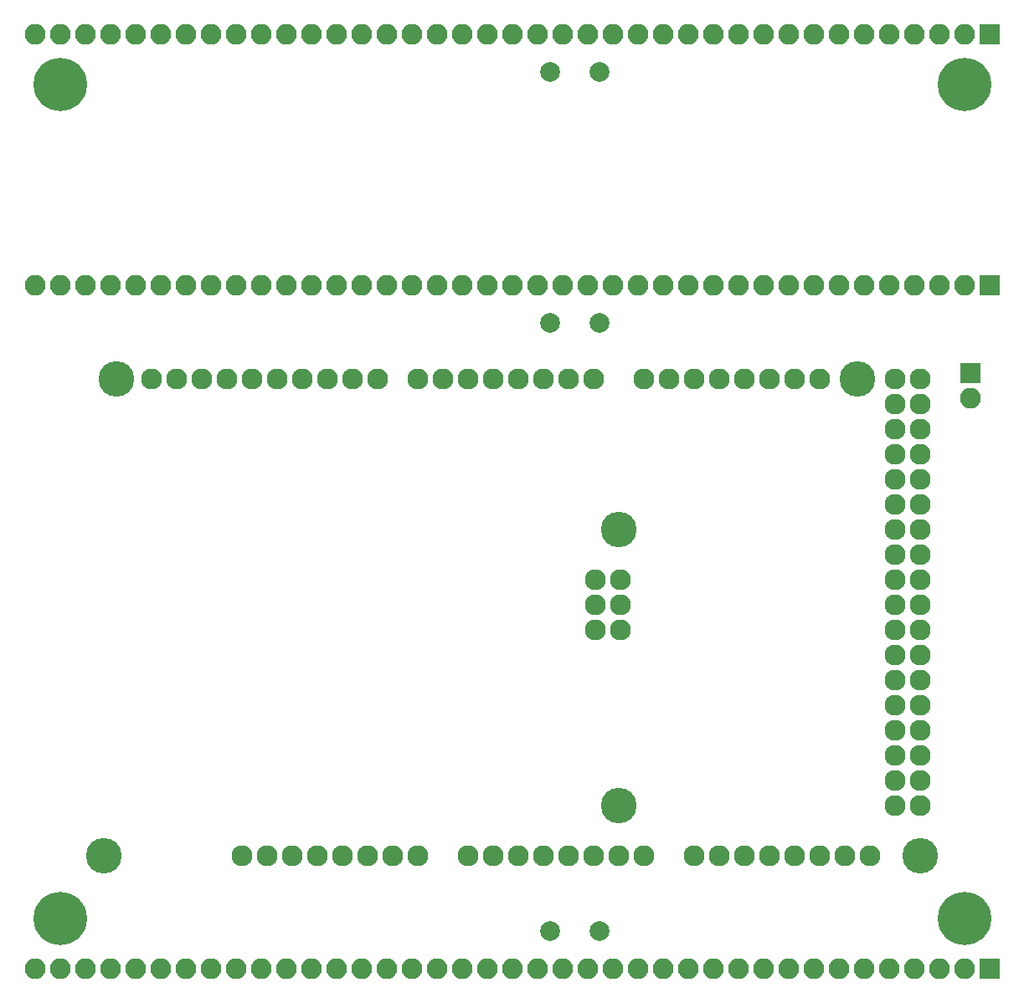
<source format=gts>
G04 #@! TF.FileFunction,Soldermask,Top*
%FSLAX46Y46*%
G04 Gerber Fmt 4.6, Leading zero omitted, Abs format (unit mm)*
G04 Created by KiCad (PCBNEW 4.0.7) date 11/28/19 15:58:00*
%MOMM*%
%LPD*%
G01*
G04 APERTURE LIST*
%ADD10C,0.100000*%
%ADD11R,2.100000X2.100000*%
%ADD12O,2.100000X2.100000*%
%ADD13C,5.400000*%
%ADD14O,2.127200X2.127200*%
%ADD15C,3.600000*%
%ADD16C,2.000000*%
G04 APERTURE END LIST*
D10*
D11*
X198120000Y-145415000D03*
D12*
X195580000Y-145415000D03*
X193040000Y-145415000D03*
X190500000Y-145415000D03*
X187960000Y-145415000D03*
X185420000Y-145415000D03*
X182880000Y-145415000D03*
X180340000Y-145415000D03*
X177800000Y-145415000D03*
X175260000Y-145415000D03*
X172720000Y-145415000D03*
X170180000Y-145415000D03*
X167640000Y-145415000D03*
X165100000Y-145415000D03*
X162560000Y-145415000D03*
X160020000Y-145415000D03*
X157480000Y-145415000D03*
X154940000Y-145415000D03*
X152400000Y-145415000D03*
X149860000Y-145415000D03*
X147320000Y-145415000D03*
X144780000Y-145415000D03*
X142240000Y-145415000D03*
X139700000Y-145415000D03*
X137160000Y-145415000D03*
X134620000Y-145415000D03*
X132080000Y-145415000D03*
X129540000Y-145415000D03*
X127000000Y-145415000D03*
X124460000Y-145415000D03*
X121920000Y-145415000D03*
X119380000Y-145415000D03*
X116840000Y-145415000D03*
X114300000Y-145415000D03*
X111760000Y-145415000D03*
X109220000Y-145415000D03*
X106680000Y-145415000D03*
X104140000Y-145415000D03*
X101600000Y-145415000D03*
D13*
X104140000Y-140335000D03*
X195580000Y-140335000D03*
X195580000Y-55880000D03*
X104140000Y-55880000D03*
D11*
X196215000Y-85090000D03*
D12*
X196215000Y-87630000D03*
D14*
X158242000Y-111125000D03*
X160782000Y-111125000D03*
X160782000Y-108585000D03*
X158242000Y-108585000D03*
X160782000Y-106045000D03*
X145415000Y-133985000D03*
X140335000Y-133985000D03*
X137795000Y-133985000D03*
X135255000Y-133985000D03*
X132715000Y-133985000D03*
X130175000Y-133985000D03*
X127635000Y-133985000D03*
X125095000Y-133985000D03*
X180975000Y-85725000D03*
X178435000Y-85725000D03*
X175895000Y-85725000D03*
X173355000Y-85725000D03*
X170815000Y-85725000D03*
X168275000Y-85725000D03*
X165735000Y-85725000D03*
X163195000Y-85725000D03*
X158115000Y-85725000D03*
X155575000Y-85725000D03*
X153035000Y-85725000D03*
X150495000Y-85725000D03*
X147955000Y-85725000D03*
X145415000Y-85725000D03*
X142875000Y-85725000D03*
X140335000Y-85725000D03*
X121031000Y-85725000D03*
X136271000Y-85725000D03*
X133731000Y-85725000D03*
X131191000Y-85725000D03*
D15*
X160655000Y-128905000D03*
X160655000Y-100965000D03*
X184785000Y-85725000D03*
X109855000Y-85725000D03*
X191135000Y-133985000D03*
X108585000Y-133985000D03*
D14*
X113411000Y-85725000D03*
X115951000Y-85725000D03*
X118491000Y-85725000D03*
X123571000Y-85725000D03*
X126111000Y-85725000D03*
X128651000Y-85725000D03*
X122555000Y-133985000D03*
X147955000Y-133985000D03*
X150495000Y-133985000D03*
X153035000Y-133985000D03*
X155575000Y-133985000D03*
X158115000Y-133985000D03*
X160655000Y-133985000D03*
X163195000Y-133985000D03*
X168275000Y-133985000D03*
X170815000Y-133985000D03*
X173355000Y-133985000D03*
X175895000Y-133985000D03*
X178435000Y-133985000D03*
X180975000Y-133985000D03*
X183515000Y-133985000D03*
X186055000Y-133985000D03*
X188595000Y-85725000D03*
X191135000Y-85725000D03*
X188595000Y-88265000D03*
X191135000Y-88265000D03*
X188595000Y-90805000D03*
X191135000Y-90805000D03*
X188595000Y-93345000D03*
X191135000Y-93345000D03*
X188595000Y-95885000D03*
X191135000Y-95885000D03*
X188595000Y-98425000D03*
X191135000Y-98425000D03*
X188595000Y-100965000D03*
X191135000Y-100965000D03*
X188595000Y-103505000D03*
X191135000Y-103505000D03*
X188595000Y-106045000D03*
X191135000Y-106045000D03*
X188595000Y-108585000D03*
X191135000Y-108585000D03*
X188595000Y-111125000D03*
X191135000Y-111125000D03*
X188595000Y-113665000D03*
X191135000Y-113665000D03*
X188595000Y-116205000D03*
X191135000Y-116205000D03*
X188595000Y-118745000D03*
X191135000Y-118745000D03*
X188595000Y-121285000D03*
X191135000Y-121285000D03*
X188595000Y-123825000D03*
X191135000Y-123825000D03*
X188595000Y-126365000D03*
X191135000Y-126365000D03*
X188595000Y-128905000D03*
X191135000Y-128905000D03*
X158242000Y-106045000D03*
D11*
X198120000Y-76200000D03*
D12*
X195580000Y-76200000D03*
X193040000Y-76200000D03*
X190500000Y-76200000D03*
X187960000Y-76200000D03*
X185420000Y-76200000D03*
X182880000Y-76200000D03*
X180340000Y-76200000D03*
X177800000Y-76200000D03*
X175260000Y-76200000D03*
X172720000Y-76200000D03*
X170180000Y-76200000D03*
X167640000Y-76200000D03*
X165100000Y-76200000D03*
X162560000Y-76200000D03*
X160020000Y-76200000D03*
X157480000Y-76200000D03*
X154940000Y-76200000D03*
X152400000Y-76200000D03*
X149860000Y-76200000D03*
X147320000Y-76200000D03*
X144780000Y-76200000D03*
X142240000Y-76200000D03*
X139700000Y-76200000D03*
X137160000Y-76200000D03*
X134620000Y-76200000D03*
X132080000Y-76200000D03*
X129540000Y-76200000D03*
X127000000Y-76200000D03*
X124460000Y-76200000D03*
X121920000Y-76200000D03*
X119380000Y-76200000D03*
X116840000Y-76200000D03*
X114300000Y-76200000D03*
X111760000Y-76200000D03*
X109220000Y-76200000D03*
X106680000Y-76200000D03*
X104140000Y-76200000D03*
X101600000Y-76200000D03*
D11*
X198120000Y-50800000D03*
D12*
X195580000Y-50800000D03*
X193040000Y-50800000D03*
X190500000Y-50800000D03*
X187960000Y-50800000D03*
X185420000Y-50800000D03*
X182880000Y-50800000D03*
X180340000Y-50800000D03*
X177800000Y-50800000D03*
X175260000Y-50800000D03*
X172720000Y-50800000D03*
X170180000Y-50800000D03*
X167640000Y-50800000D03*
X165100000Y-50800000D03*
X162560000Y-50800000D03*
X160020000Y-50800000D03*
X157480000Y-50800000D03*
X154940000Y-50800000D03*
X152400000Y-50800000D03*
X149860000Y-50800000D03*
X147320000Y-50800000D03*
X144780000Y-50800000D03*
X142240000Y-50800000D03*
X139700000Y-50800000D03*
X137160000Y-50800000D03*
X134620000Y-50800000D03*
X132080000Y-50800000D03*
X129540000Y-50800000D03*
X127000000Y-50800000D03*
X124460000Y-50800000D03*
X121920000Y-50800000D03*
X119380000Y-50800000D03*
X116840000Y-50800000D03*
X114300000Y-50800000D03*
X111760000Y-50800000D03*
X109220000Y-50800000D03*
X106680000Y-50800000D03*
X104140000Y-50800000D03*
X101600000Y-50800000D03*
D16*
X153670000Y-54610000D03*
X158670000Y-54610000D03*
X153670000Y-80010000D03*
X158670000Y-80010000D03*
X153670000Y-141605000D03*
X158670000Y-141605000D03*
M02*

</source>
